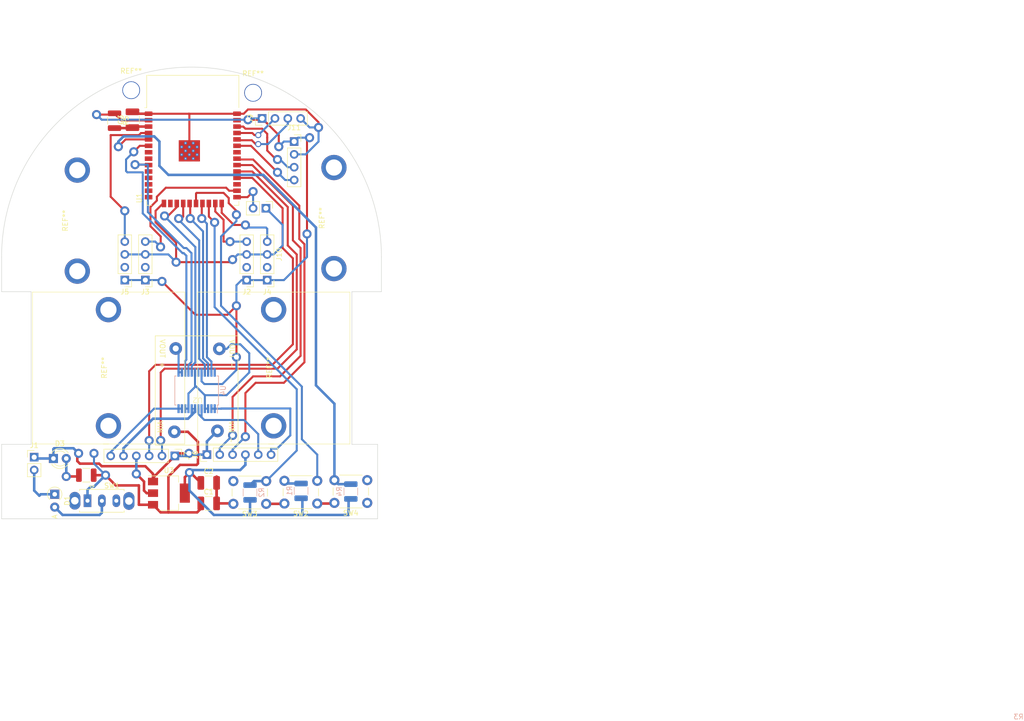
<source format=kicad_pcb>
(kicad_pcb (version 20221018) (generator pcbnew)
  (layers (0 "F.Cu" signal) (31 "B.Cu" signal) (34 "B.Paste" user) (35 "F.Paste" user) (36 "B.SilkS" user "B.Silkscreen") (37 "F.SilkS" user "F.Silkscreen") (38 "B.Mask" user) (39 "F.Mask" user) (44 "Edge.Cuts" user))
  (net 0 "")
  (net 1 "/VIn")
  (net 2 "GND")
  (net 3 "/3.3v")
  (net 4 "Net-(D1-A)")
  (net 5 "Net-(D1-K)")
  (net 6 "/BTN3")
  (net 7 "Net-(D3-A)")
  (net 9 "/SHARP_D")
  (net 11 "/SHARP_I")
  (net 13 "/SHARP_C")
  (net 15 "/CNY70")
  (net 16 "/MA1")
  (net 17 "/MA2")
  (net 18 "/AO1")
  (net 19 "/AO2")
  (net 20 "/MB1")
  (net 21 "/MB2")
  (net 22 "/BO2")
  (net 23 "/BO1")
  (net 24 "/SCL")
  (net 25 "/SDA")
  (net 26 "/BTN1")
  (net 27 "/BTN2")
  (net 29 "/EN")
  (net 30 "/RX")
  (net 31 "/TX")
  (net 39 "/P0")
  (net 42 "/PWMB")
  (net 43 "/PWMA")
  (net 45 "/Vm")
  (net 46 "/INA2")
  (net 47 "/INA1")
  (net 48 "/INB2")
  (net 49 "/INB1")
  (footprint "propios:SharpHolder" (layer "F.Cu") (at 195.74 67.978 90)
    (fp_text reference "REF**")
    (fp_text value "SharpHolder")
  )
  (footprint "propios:SharpHolder" (layer "F.Cu") (at 144.94 68.486 90)
    (fp_text reference "REF**")
    (fp_text value "SharpHolder")
  )
  (footprint "Resistor_SMD:R_1210_3225Metric" (layer "F.Cu") (at 156.718 118.872)
    (fp_text reference "R3")
    (fp_text value "R")
  )
  (footprint "Connector_PinHeader_2.54mm:PinHeader_1x04_P2.54mm_Vertical" (layer "F.Cu") (at 192.532 80.264 180)
    (fp_text reference "J4")
    (fp_text value "Conn_01x04_Male")
  )
  (footprint "RF_Module:ESP32-WROOM-32" (layer "F.Cu") (at 177.8 55.581)
    (fp_text reference "U1")
    (fp_text value "ESP32-WROOM-32")
  )
  (footprint "propios:MotorHolder" (layer "F.Cu") (at 150.114 97.602134 90)
    (fp_text reference "REF**")
    (fp_text value "MotorHolder")
  )
  (footprint "Connector_PinSocket_2.54mm:PinSocket_1x04_P2.54mm_Vertical" (layer "F.Cu") (at 197.866 52.832)
    (fp_text reference "J11")
    (fp_text value "Conn_01x04_Socket")
  )
  (footprint "Connector_PinHeader_2.54mm:PinHeader_1x06_P2.54mm_Vertical" (layer "F.Cu") (at 174.244 115.062 -90)
    (fp_text reference "J7")
    (fp_text value "Conn_01x06_Female")
  )
  (footprint "MountingHole:MountingHole_3.2mm_M3_DIN965_Pad" (layer "F.Cu") (at 165.608 42.672)
    (fp_text reference "REF**")
    (fp_text value "MountingHole_3.2mm_M3_DIN965_Pad")
  )
  (footprint "MountingHole:MountingHole_3.2mm_M3_DIN965_Pad" (layer "F.Cu") (at 189.738 43.18)
    (fp_text reference "REF**")
    (fp_text value "MountingHole_3.2mm_M3_DIN965_Pad")
  )
  (footprint "Connector_PinHeader_2.54mm:PinHeader_1x04_P2.54mm_Vertical" (layer "F.Cu") (at 164.338 80.254 180)
    (fp_text reference "J5")
    (fp_text value "Conn_01x04_Male")
  )
  (footprint "Button_Switch_THT:SW_Slide_1P2T_CK_OS102011MS2Q" (layer "F.Cu") (at 157.802 123.952)
    (fp_text reference "SW1")
    (fp_text value "SW_DPDT_x2" hide)
  )
  (footprint "propios:Sx1308" (layer "F.Cu") (at 178.763 103.5185 180)
    (fp_text reference "U2")
    (fp_text value "Mt3608")
  )
  (footprint "Capacitor_SMD:C_1210_3225Metric_Pad1.33x2.70mm_HandSolder" (layer "F.Cu") (at 165.862 48.514 90)
    (fp_text reference "C3")
    (fp_text value "1uf")
  )
  (footprint "Button_Switch_THT:SW_PUSH_6mm" (layer "F.Cu") (at 192.328 124.547 180)
    (fp_text reference "SW3")
    (fp_text value "SW_Push")
  )
  (footprint "Capacitor_SMD:C_1210_3225Metric_Pad1.33x2.70mm_HandSolder" (layer "F.Cu") (at 180.95 124.46)
    (fp_text reference "C1")
    (fp_text value "C_Polarized")
  )
  (footprint "Button_Switch_THT:SW_PUSH_6mm" (layer "F.Cu") (at 202.436 124.4855 180)
    (fp_text reference "SW2")
    (fp_text value "SW_Push")
  )
  (footprint "LED_THT:LED_D3.0mm" (layer "F.Cu") (at 150.216 115.57)
    (fp_text reference "D3")
    (fp_text value "LED")
  )
  (footprint "Connector_PinHeader_2.54mm:PinHeader_1x02_P2.54mm_Vertical" (layer "F.Cu") (at 146.406 115.311)
    (fp_text reference "J1")
    (fp_text value "Conn_01x02_Male")
  )
  (footprint "Connector_PinHeader_2.54mm:PinHeader_1x06_P2.54mm_Vertical" (layer "F.Cu") (at 180.594 114.808 90)
    (fp_text reference "J6")
    (fp_text value "Conn_01x06_Female")
  )
  (footprint "Package_TO_SOT_SMD:SOT-223-3_TabPin2" (layer "F.Cu") (at 173.076 122.428)
    (fp_text reference "U3")
    (fp_text value "AMS1117-3.3")
  )
  (footprint "Capacitor_SMD:C_1210_3225Metric_Pad1.33x2.70mm_HandSolder" (layer "F.Cu") (at 180.95 120.396)
    (fp_text reference "C2")
    (fp_text value "C_Polarized")
  )
  (footprint "Diode_THT:D_A-405_P2.54mm_Vertical_AnodeUp" (layer "F.Cu") (at 150.47 122.653 -90)
    (fp_text reference "D1")
    (fp_text value "type=\"D\" model=\"DIODE\" lib=\"\"")
  )
  (footprint "propios:MotorHolder" (layer "F.Cu") (at 182.812 97.606 90)
    (fp_text reference "REF**")
    (fp_text value "MotorHolder")
  )
  (footprint "Button_Switch_THT:SW_PUSH_6mm" (layer "F.Cu") (at 212.3325 124.359 180)
    (fp_text reference "SW4")
    (fp_text value "SW_Push")
  )
  (footprint "Connector_PinHeader_2.54mm:PinHeader_1x02_P2.54mm_Vertical" (layer "F.Cu") (at 192.278 66.04 -90)
    (fp_text reference "J10")
    (fp_text value "Conn_01x02_Pin")
  )
  (footprint "Connector_PinHeader_2.54mm:PinHeader_1x04_P2.54mm_Vertical" (layer "F.Cu") (at 191.526 48.26 90)
    (fp_text reference "J9")
    (fp_text value "Conn_01x04_Pin")
  )
  (footprint "Connector_PinHeader_2.54mm:PinHeader_1x04_P2.54mm_Vertical" (layer "F.Cu") (at 168.402 80.254 180)
    (fp_text reference "J3")
    (fp_text value "Conn_01x04_Male")
  )
  (footprint "Resistor_SMD:R_1210_3225Metric" (layer "F.Cu") (at 162.306 48.7065 -90)
    (fp_text reference "R5")
    (fp_text value "10k")
  )
  (footprint "Connector_PinHeader_2.54mm:PinHeader_1x04_P2.54mm_Vertical" (layer "F.Cu") (at 188.468 80.264 180)
    (fp_text reference "J2")
    (fp_text value "Conn_01x04_Male")
  )
  (footprint "Resistor_SMD:R_1210_3225Metric" (layer "B.Cu") (at 199.238 121.9815 -90)
    (fp_text reference "R1")
    (fp_text value "R")
  )
  (footprint "Resistor_SMD:R_1210_3225Metric" (layer "B.Cu") (at 209.0825 122.109 -90)
    (fp_text reference "R4")
    (fp_text value "R")
  )
  (footprint "Package_SO:SSOP-24_5.3x8.2mm_P0.65mm" (layer "B.Cu") (at 178.562 102.108 90)
    (fp_text reference "U4")
    (fp_text value "TB6612FNG")
  )
  (footprint "Resistor_SMD:R_1210_3225Metric" (layer "B.Cu") (at 189.13 122.297 90)
    (fp_text reference "R2")
    (fp_text value "R")
  )
  (gr_arc (start 139.954 75.692) (mid 177.546 38.1) (end 215.138 75.692) (stroke (width 0.1)) (layer "Edge.Cuts"))
  (gr_line (start 145.796 82.55) (end 139.954 82.55) (stroke (width 0.1)) (layer "Edge.Cuts"))
  (gr_line (start 215.138 82.55) (end 215.138 75.692) (stroke (width 0.1)) (layer "Edge.Cuts"))
  (gr_line (start 215.138 82.55) (end 209.296 82.55) (stroke (width 0.1)) (layer "Edge.Cuts"))
  (gr_line (start 139.954 112.776) (end 145.796 112.776) (stroke (width 0.1)) (layer "Edge.Cuts"))
  (gr_line (start 209.296 82.55) (end 209.296 112.776) (stroke (width 0.1)) (layer "Edge.Cuts"))
  (gr_line (start 139.954 82.55) (end 139.954 75.692) (stroke (width 0.1)) (layer "Edge.Cuts"))
  (gr_line (start 139.954 127.508) (end 214.376 127.508) (stroke (width 0.1)) (layer "Edge.Cuts"))
  (gr_line (start 139.954 112.776) (end 139.954 127.508) (stroke (width 0.1)) (layer "Edge.Cuts"))
  (gr_line (start 145.796 112.776) (end 145.796 82.55) (stroke (width 0.1)) (layer "Edge.Cuts"))
  (gr_line (start 214.376 127.508) (end 214.376 112.776) (stroke (width 0.1)) (layer "Edge.Cuts"))
  (gr_line (start 209.296 112.776) (end 214.376 112.776) (stroke (width 0.1)) (layer "Edge.Cuts"))
  (segment (start 178.816 116.586) (end 178.816 112.268) (width 0.5) (layer "F.Cu") (net 1))
  (segment (start 176.8365 110.2885) (end 174.161 110.2885) (width 0.5) (layer "F.Cu") (net 1))
  (segment (start 178.664 126.238) (end 172.974 126.238) (width 0.5) (layer "F.Cu") (net 1))
  (segment (start 178.816 112.268) (end 176.8365 110.2885) (width 0.5) (layer "F.Cu") (net 1))
  (segment (start 179.3875 124.46) (end 179.3875 125.5145) (width 0.5) (layer "F.Cu") (net 1))
  (segment (start 172.974 126.238) (end 172.974 119.126) (width 0.5) (layer "F.Cu") (net 1))
  (segment (start 162.56 120.904) (end 160.528 118.872) (width 0.5) (layer "F.Cu") (net 1))
  (segment (start 171.436 126.238) (end 169.926 124.728) (width 0.5) (layer "F.Cu") (net 1))
  (segment (start 158.1805 118.872) (end 160.528 118.872) (width 0.5) (layer "F.Cu") (net 1))
  (segment (start 178.562 116.84) (end 178.816 116.586) (width 0.5) (layer "F.Cu") (net 1))
  (segment (start 172.974 119.126) (end 175.26 116.84) (width 0.5) (layer "F.Cu") (net 1))
  (segment (start 167.132 124.728) (end 167.132 120.904) (width 0.5) (layer "F.Cu") (net 1))
  (segment (start 175.26 116.84) (end 178.562 116.84) (width 0.5) (layer "F.Cu") (net 1))
  (segment (start 167.132 120.904) (end 162.56 120.904) (width 0.5) (layer "F.Cu") (net 1))
  (segment (start 172.974 126.238) (end 171.436 126.238) (width 0.5) (layer "F.Cu") (net 1))
  (segment (start 169.926 124.728) (end 167.132 124.728) (width 0.5) (layer "F.Cu") (net 1))
  (segment (start 179.3875 125.5145) (end 178.664 126.238) (width 0.5) (layer "F.Cu") (net 1))
  (via (at 158.242 114.554) (size 1.8) (drill 1) (layers "F.Cu" "B.Cu") (net 1))
  (via (at 160.528 118.872) (size 1.8) (drill 1) (layers "F.Cu" "B.Cu") (net 1))
  (segment (start 160.528 118.872) (end 158.242 121.158) (width 0.5) (layer "B.Cu") (net 1))
  (segment (start 157.582 121.158) (end 156.962 121.778) (width 0.5) (layer "B.Cu") (net 1))
  (segment (start 156.962 121.778) (end 156.962 123.952) (width 0.5) (layer "B.Cu") (net 1))
  (segment (start 158.242 114.554) (end 158.242 116.586) (width 0.4) (layer "B.Cu") (net 1))
  (segment (start 158.242 116.586) (end 160.528 118.872) (width 0.4) (layer "B.Cu") (net 1))
  (segment (start 158.242 121.158) (end 157.582 121.158) (width 0.5) (layer "B.Cu") (net 1))
  (segment (start 169.926 118.618) (end 168.402 117.094) (width 0.5) (layer "F.Cu") (net 2))
  (segment (start 154.94 114.808) (end 155.194 114.554) (width 0.5) (layer "F.Cu") (net 2))
  (segment (start 192.328 124.547) (end 195.8745 124.547) (width 0.5) (layer "F.Cu") (net 2))
  (segment (start 195.8745 124.547) (end 195.936 124.4855) (width 0.5) (layer "F.Cu") (net 2))
  (segment (start 186.55 47.331) (end 177.038 47.331) (width 0.4) (layer "F.Cu") (net 2))
  (segment (start 169.05 47.331) (end 166.2415 47.331) (width 0.5) (layer "F.Cu") (net 2))
  (segment (start 174.752 114.554) (end 169.926 119.38) (width 0.5) (layer "F.Cu") (net 2))
  (segment (start 182.5125 124.46) (end 182.5125 120.396) (width 0.5) (layer "F.Cu") (net 2))
  (segment (start 200.406 46.736) (end 202.692 49.022) (width 0.4) (layer "F.Cu") (net 2))
  (segment (start 169.926 120.128) (end 169.926 118.618) (width 0.5) (layer "F.Cu") (net 2))
  (segment (start 200.152 46.482) (end 200.406 46.736) (width 0.4) (layer "F.Cu") (net 2))
  (segment (start 185.741 124.46) (end 185.828 124.547) (width 0.5) (layer "F.Cu") (net 2))
  (segment (start 170.434 66.548) (end 170.434 68.834) (width 0.4) (layer "F.Cu") (net 2))
  (segment (start 154.94 116.078) (end 154.94 114.808) (width 0.5) (layer "F.Cu") (net 2))
  (segment (start 166.2415 47.331) (end 165.862 46.9515) (width 0.5) (layer "F.Cu") (net 2))
  (segment (start 186.55 47.331) (end 187.873 47.331) (width 0.4) (layer "F.Cu") (net 2))
  (segment (start 202.692 49.022) (end 202.692 50.038) (width 0.4) (layer "F.Cu") (net 2))
  (segment (start 172.09 65.091) (end 171.891 65.091) (width 0.4) (layer "F.Cu") (net 2))
  (segment (start 177.12 47.413) (end 177.038 47.331) (width 0.4) (layer "F.Cu") (net 2))
  (segment (start 187.873 47.331) (end 188.722 46.482) (width 0.4) (layer "F.Cu") (net 2))
  (segment (start 177.038 47.331) (end 169.05 47.331) (width 0.4) (layer "F.Cu") (net 2))
  (segment (start 177.12 54.671) (end 177.12 47.413) (width 0.4) (layer "F.Cu") (net 2))
  (segment (start 159.258 116.586) (end 155.448 116.586) (width 0.5) (layer "F.Cu") (net 2))
  (segment (start 169.926 119.38) (end 169.926 120.128) (width 0.5) (layer "F.Cu") (net 2))
  (segment (start 188.722 46.482) (end 200.152 46.482) (width 0.4) (layer "F.Cu") (net 2))
  (segment (start 182.5125 119.126) (end 182.5125 123.19) (width 0.5) (layer "F.Cu") (net 2))
  (segment (start 171.891 65.091) (end 170.434 66.548) (width 0.4) (layer "F.Cu") (net 2))
  (segment (start 177.038 114.554) (end 174.752 114.554) (width 0.5) (layer "F.Cu") (net 2))
  (segment (start 170.434 68.834) (end 174.498 72.898) (width 0.4) (layer "F.Cu") (net 2))
  (segment (start 174.498 76.708) (end 185.166 76.708) (width 0.4) (layer "F.Cu") (net 2))
  (segment (start 159.766 117.094) (end 159.258 116.586) (width 0.5) (layer "F.Cu") (net 2))
  (segment (start 182.5125 124.46) (end 185.741 124.46) (width 0.5) (layer "F.Cu") (net 2))
  (segment (start 185.166 76.708) (end 185.674 76.2) (width 0.4) (layer "F.Cu") (net 2))
  (segment (start 205.706 124.4855) (end 205.8325 124.359) (width 0.5) (layer "F.Cu") (net 2))
  (segment (start 202.436 124.4855) (end 205.706 124.4855) (width 0.5) (layer "F.Cu") (net 2))
  (segment (start 174.498 72.898) (end 174.498 76.708) (width 0.4) (layer "F.Cu") (net 2))
  (segment (start 155.448 116.586) (end 154.94 116.078) (width 0.5) (layer "F.Cu") (net 2))
  (segment (start 168.402 117.094) (end 159.766 117.094) (width 0.5) (layer "F.Cu") (net 2))
  (via (at 202.692 50.038) (size 1.8) (drill 1) (layers "F.Cu" "B.Cu") (net 2))
  (via (at 155.194 114.554) (size 1.8) (drill 1) (layers "F.Cu" "B.Cu") (net 2))
  (via (at 174.498 76.708) (size 1.8) (drill 1) (layers "F.Cu" "B.Cu") (net 2))
  (via (at 185.674 76.2) (size 1.8) (drill 1) (layers "F.Cu" "B.Cu") (net 2))
  (via (at 177.038 114.554) (size 1.8) (drill 1) (layers "F.Cu" "B.Cu") (net 2))
  (segment (start 177.038 114.554) (end 176.53 115.062) (width 0.5) (layer "B.Cu") (net 2))
  (segment (start 177.292 114.808) (end 180.594 114.808) (width 0.5) (layer "B.Cu") (net 2))
  (segment (start 164.338 75.174) (end 168.402 75.174) (width 0.4) (layer "B.Cu") (net 2))
  (segment (start 202.692 50.038) (end 200.924 50.038) (width 0.4) (layer "B.Cu") (net 2))
  (segment (start 177.038 114.554) (end 177.292 114.808) (width 0.5) (layer "B.Cu") (net 2))
  (segment (start 180.187 105.708) (end 180.187 103.042) (width 0.4) (layer "B.Cu") (net 2))
  (segment (start 150.216 113.69) (end 150.368 113.538) (width 0.5) (layer "B.Cu") (net 2))
  (segment (start 176.937 102.717) (end 176.937 105.708) (width 0.4) (layer "B.Cu") (net 2))
  (segment (start 176.937 105.708) (end 176.287 105.708) (width 0.4) (layer "B.Cu") (net 2))
  (segment (start 150.216 115.57) (end 150.216 113.69) (width 0.5) (layer "B.Cu") (net 2))
  (segment (start 186.69 75.184) (end 185.674 76.2) (width 0.4) (layer "B.Cu") (net 2))
  (segment (start 200.152 55.372) (end 202.692 52.832) (width 0.4) (layer "B.Cu") (net 2))
  (segment (start 195.58 69.342) (end 195.58 73.406) (width 0.4) (layer "B.Cu") (net 2))
  (segment (start 192.532 75.184) (end 188.468 75.184) (width 0.4) (layer "B.Cu") (net 2))
  (segment (start 180.187 105.708) (end 180.837 105.708) (width 0.4) (layer "B.Cu") (net 2))
  (segment (start 185.42 92.964) (end 187.198 92.964) (width 0.4) (layer "B.Cu") (net 2))
  (segment (start 180.187 103.042) (end 178.237 101.092) (width 0.4) (layer "B.Cu") (net 2))
  (segment (start 155.194 114.554) (end 154.178 113.538) (width 0.5) (layer "B.Cu") (net 2))
  (segment (start 183.061 93.8685) (end 184.5155 93.8685) (width 0.4) (layer "B.Cu") (net 2))
  (segment (start 200.924 50.038) (end 199.146 48.26) (width 0.4) (layer "B.Cu") (net 2))
  (segment (start 180.594 114.808) (end 180.594 112.1955) (width 0.5) (layer "B.Cu") (net 2))
  (segment (start 193.802 75.184) (end 192.532 75.184) (width 0.4) (layer "B.Cu") (net 2))
  (segment (start 188.468 75.184) (end 186.69 75.184) (width 0.4) (layer "B.Cu") (net 2))
  (segment (start 150.216 115.57) (end 146.665 115.57) (width 0.5) (layer "B.Cu") (net 2))
  (segment (start 176.53 115.062) (end 174.244 115.062) (width 0.5) (layer "B.Cu") (net 2))
  (segment (start 187.198 92.964) (end 188.976 94.742) (width 0.4) (layer "B.Cu") (net 2))
  (segment (start 168.402 75.174) (end 172.964 75.174) (width 0.4) (layer "B.Cu") (net 2))
  (segment (start 172.964 75.174) (end 174.498 76.708) (width 0.4) (layer "B.Cu") (net 2))
  (segment (start 184.486 103.042) (end 180.187 103.042) (width 0.4) (layer "B.Cu") (net 2))
  (segment (start 192.278 66.04) (end 195.58 69.342) (width 0.4) (layer "B.Cu") (net 2))
  (segment (start 178.237 98.508) (end 178.237 101.092) (width 0.4) (layer "B.Cu") (net 2))
  (segment (start 186.69 75.184) (end 187.198 75.184) (width 0.4) (layer "B.Cu") (net 2))
  (segment (start 197.866 55.372) (end 200.152 55.372) (width 0.4) (layer "B.Cu") (net 2))
  (segment (start 150.368 113.538) (end 154.178 113.538) (width 0.5) (layer "B.Cu") (net 2))
  (segment (start 202.692 52.832) (end 202.692 50.038) (width 0.4) (layer "B.Cu") (net 2))
  (segment (start 184.5155 93.8685) (end 185.42 92.964) (width 0.4) (layer "B.Cu") (net 2))
  (segment (start 178.237 101.092) (end 178.237 101.417) (width 0.4) (layer "B.Cu") (net 2))
  (segment (start 188.976 94.742) (end 188.976 98.552) (width 0.4) (layer "B.Cu") (net 2))
  (segment (start 180.594 112.1955) (end 182.681 110.1085) (width 0.5) (layer "B.Cu") (net 2))
  (segment (start 178.237 101.417) (end 176.937 102.717) (width 0.4) (layer "B.Cu") (net 2))
  (segment (start 146.665 115.57) (end 146.406 115.311) (width 0.5) (layer "B.Cu") (net 2))
  (segment (start 188.976 98.552) (end 184.486 103.042) (width 0.4) (layer "B.Cu") (net 2))
  (segment (start 195.58 73.406) (end 193.802 75.184) (width 0.4) (layer "B.Cu") (net 2))
  (segment (start 200.406 71.12) (end 200.406 52.578) (width 0.4) (layer "F.Cu") (net 3))
  (segment (start 169.05 48.601) (end 163.663 48.601) (width 0.5) (layer "F.Cu") (net 3))
  (segment (start 177.14 118.364) (end 176.226 119.278) (width 0.5) (layer "F.Cu") (net 3))
  (segment (start 186.436 85.344) (end 184.658 87.122) (width 0.4) (layer "F.Cu") (net 3))
  (segment (start 194.818 53.848) (end 194.818 51.552) (width 0.4) (layer "F.Cu") (net 3))
  (segment (start 191.78 48.514) (end 188.722 48.514) (width 0.4) (layer "F.Cu") (net 3))
  (segment (start 188.976 48.26) (end 188.722 48.514) (width 0.4) (layer "F.Cu") (net 3))
  (segment (start 184.658 87.122) (end 178.308 87.122) (width 0.4) (layer "F.Cu") (net 3))
  (segment (start 177.14 118.364) (end 177.3555 118.364) (width 0.5) (layer "F.Cu") (net 3))
  (segment (start 177.3555 118.364) (end 179.3875 120.396) (width 0.5) (layer "F.Cu") (net 3))
  (segment (start 162.052 47.498) (end 162.306 47.244) (width 0.4) (layer "F.Cu") (net 3))
  (segment (start 186.436 95.504) (end 186.436 85.344) (width 0.4) (layer "F.Cu") (net 3))
  (segment (start 169.926 122.428) (end 168.656 122.428) (width 0.5) (layer "F.Cu") (net 3))
  (segment (start 178.308 87.122) (end 171.704 80.518) (width 0.4) (layer "F.Cu") (net 3))
  (segment (start 194.818 51.552) (end 192.791 49.525) (width 0.4) (layer "F.Cu") (net 3))
  (segment (start 163.663 48.601) (end 162.306 47.244) (width 0.5) (layer "F.Cu") (net 3))
  (segment (start 176.226 119.278) (end 176.226 122.428) (width 0.5) (layer "F.Cu") (net 3))
  (segment (start 192.791 49.525) (end 191.78 48.514) (width 0.4) (layer "F.Cu") (net 3))
  (segment (start 168.656 122.428) (end 168.148 121.92) (width 0.5) (layer "F.Cu") (net 3))
  (segment (start 168.148 120.142) (end 166.624 118.618) (width 0.5) (layer "F.Cu") (net 3))
  (segment (start 200.406 52.578) (end 200.914 52.07) (width 0.4) (layer "F.Cu") (net 3))
  (segment (start 192.791 49.525) (end 191.526 48.26) (width 0.4) (layer "F.Cu") (net 3))
  (segment (start 158.75 47.498) (end 162.052 47.498) (width 0.4) (layer "F.Cu") (net 3))
  (segment (start 168.148 121.92) (end 168.148 120.142) (width 0.5) (layer "F.Cu") (net 3))
  (via (at 186.436 85.344) (size 1.8) (drill 1) (layers "F.Cu" "B.Cu") (net 3))
  (via (at 186.436 95.504) (size 1.8) (drill 1) (layers "F.Cu" "B.Cu") (net 3))
  (via (at 188.722 48.514) (size 1.8) (drill 1) (layers "F.Cu" "B.Cu") (net 3))
  (via (at 166.624 118.618) (size 1.8) (drill 1) (layers "F.Cu" "B.Cu") (net 3))
  (via (at 200.406 71.12) (size 1.8) (drill 1) (layers "F.Cu" "B.Cu") (net 3))
  (via (at 194.818 53.848) (size 1.8) (drill 1) (layers "F.Cu" "B.Cu") (net 3))
  (via (at 200.914 52.07) (size 1.8) (drill 1) (layers "F.Cu" "B.Cu") (net 3))
  (via (at 158.75 47.498) (size 1.8) (drill 1) (layers "F.Cu" "B.Cu") (net 3))
  (via (at 177.14 118.364) (size 1.8) (drill 1) (layers "F.Cu" "B.Cu") (net 3))
  (via (at 171.704 80.518) (size 1.8) (drill 1) (layers "F.Cu" "B.Cu") (net 3))
  (segment (start 183.642 100.838) (end 180.086 100.838) (width 0.4) (layer "B.Cu") (net 3))
  (segment (start 189.586 126.746) (end 199.238 126.746) (width 0.5) (layer "B.Cu") (net 3))
  (segment (start 186.436 85.344) (end 186.436 81.28) (width 0.4) (layer "B.Cu") (net 3))
  (segment (start 166.624 118.618) (end 166.624 115.062) (width 0.5) (layer "B.Cu") (net 3))
  (segment (start 186.436 81.28) (end 187.452 80.264) (width 0.4) (layer "B.Cu") (net 3))
  (segment (start 195.834 52.832) (end 194.818 53.848) (width 0.4) (layer "B.Cu") (net 3))
  (segment (start 171.704 80.518) (end 171.44 80.254) (width 0.4) (layer "B.Cu") (net 3))
  (segment (start 189.13 123.7595) (end 189.13 126.544) (width 0.5) (layer "B.Cu") (net 3))
  (segment (start 197.866 52.832) (end 195.834 52.832) (width 0.4) (layer "B.Cu") (net 3))
  (segment (start 208.636 126.746) (end 208.636 124.018) (width 0.5) (layer "B.Cu") (net 3))
  (segment (start 198.628 52.07) (end 197.866 52.832) (width 0.4) (layer "B.Cu") (net 3))
  (segment (start 186.436 95.504) (end 186.436 98.044) (width 0.4) (layer "B.Cu") (net 3))
  (segment (start 187.198 117.856) (end 188.214 116.84) (width 0.5) (layer "B.Cu") (net 3))
  (segment (start 180.086 100.838) (end 179.537 100.289) (width 0.4) (layer "B.Cu") (net 3))
  (segment (start 189.13 126.544) (end 189.332 126.746) (width 0.5) (layer "B.Cu") (net 3))
  (segment (start 189.332 126.746) (end 189.586 126.746) (width 0.5) (layer "B.Cu") (net 3))
  (segment (start 199.365 126.619) (end 199.492 126.746) (width 0.5) (layer "B.Cu") (net 3))
  (segment (start 187.452 80.264) (end 188.468 80.264) (width 0.4) (layer "B.Cu") (net 3))
  (segment (start 189.586 126.746) (end 181.966 126.746) (width 0.5) (layer "B.Cu") (net 3))
  (segment (start 192.532 80.264) (end 188.468 80.264) (width 0.4) (layer "B.Cu") (net 3))
  (segment (start 198.12 77.978) (end 200.406 75.692) (width 0.4) (layer "B.Cu") (net 3))
  (segment (start 186.436 98.044) (end 183.642 100.838) (width 0.4) (layer "B.Cu") (net 3))
  (segment (start 199.365 126.619) (end 199.492 126.492) (width 0.5) (layer "B.Cu") (net 3))
  (segment (start 188.722 48.514) (end 159.766 48.514) (width 0.4) (layer "B.Cu") (net 3))
  (segment (start 179.537 100.289) (end 179.537 98.508) (width 0.4) (layer "B.Cu") (net 3))
  (segment (start 191.526 48.26) (end 188.976 48.26) (width 0.4) (layer "B.Cu") (net 3))
  (segment (start 199.492 123.698) (end 199.238 123.444) (width 0.5) (layer "B.Cu") (net 3))
  (segment (start 199.492 126.746) (end 208.636 126.746) (width 0.5) (layer "B.Cu") (net 3))
  (segment (start 171.44 80.254) (end 164.338 80.254) (width 0.4) (layer "B.Cu") (net 3))
  (segment (start 181.966 126.746) (end 177.14 121.92) (width 0.5) (layer "B.Cu") (net 3))
  (segment (start 199.238 126.746) (end 199.365 126.619) (width 0.5) (layer "B.Cu") (net 3))
  (segment (start 208.636 124.018) (end 209.0825 123.5715) (width 0.5) (layer "B.Cu") (net 3))
  (segment (start 177.648 117.856) (end 187.198 117.856) (width 0.5) (layer "B.Cu") (net 3))
  (segment (start 188.976 48.26) (end 188.722 48.514) (width 0.4) (layer "B.Cu") (net 3))
  (segment (start 192.532 80.264) (end 195.834 80.264) (width 0.4) (layer "B.Cu") (net 3))
  (segment (start 200.406 75.692) (end 200.406 71.12) (width 0.4) (layer "B.Cu") (net 3))
  (segment (start 200.914 52.07) (end 198.628 52.07) (width 0.4) (layer "B.Cu") (net 3))
  (segment (start 195.834 80.264) (end 198.12 77.978) (width 0.4) (layer "B.Cu") (net 3))
  (segment (start 199.492 126.492) (end 199.492 123.698) (width 0.5) (layer "B.Cu") (net 3))
  (segment (start 177.14 121.92) (end 177.14 118.364) (width 0.5) (layer "B.Cu") (net 3))
  (segment (start 198.12 77.978) (end 198.374 77.724) (width 0.4) (layer "B.Cu") (net 3))
  (segment (start 177.14 118.364) (end 177.648 117.856) (width 0.5) (layer "B.Cu") (net 3))
  (segment (start 188.214 116.84) (end 188.214 114.808) (width 0.5) (layer "B.Cu") (net 3))
  (segment (start 159.766 48.514) (end 158.75 47.498) (width 0.4) (layer "B.Cu") (net 3))
  (segment (start 146.406 121.92) (end 147.422 122.936) (width 0.5) (layer "B.Cu") (net 4))
  (segment (start 147.705 122.653) (end 150.47 122.653) (width 0.5) (layer "B.Cu") (net 4))
  (segment (start 147.422 122.936) (end 147.705 122.653) (width 0.5) (layer "B.Cu") (net 4))
  (segment (start 146.406 117.851) (end 146.406 121.92) (width 0.5) (layer "B.Cu") (net 4))
  (segment (start 159.36 126.746) (end 152.023 126.746) (width 0.5) (layer "B.Cu") (net 5))
  (segment (start 159.802 126.304) (end 159.36 126.746) (width 0.5) (layer "B.Cu") (net 5))
  (segment (start 159.802 123.972) (end 159.802 126.304) (width 0.5) (layer "B.Cu") (net 5))
  (segment (start 152.023 126.746) (end 150.47 125.193) (width 0.5) (layer "B.Cu") (net 5))
  (segment (start 164.505 52.411) (end 163.068 53.848) (width 0.4) (layer "F.Cu") (net 6))
  (segment (start 169.05 52.411) (end 164.505 52.411) (width 0.4) (layer "F.Cu") (net 6))
  (via (at 163.068 53.848) (size 1.8) (drill 1) (layers "F.Cu" "B.Cu") (net 6))
  (segment (start 164.084 51.816) (end 163.068 52.832) (width 0.5) (layer "B.Cu") (net 6))
  (segment (start 172.974 59.436) (end 171.196 57.658) (width 0.5) (layer "B.Cu") (net 6))
  (segment (start 191.77 59.436) (end 172.974 59.436) (width 0.5) (layer "B.Cu") (net 6))
  (segment (start 171.196 57.658) (end 171.196 52.832) (width 0.5) (layer "B.Cu") (net 6))
  (segment (start 202.184 101.092) (end 202.184 69.85) (width 0.5) (layer "B.Cu") (net 6))
  (segment (start 170.18 51.816) (end 164.084 51.816) (width 0.5) (layer "B.Cu") (net 6))
  (segment (start 205.8325 119.859) (end 205.8325 104.7405) (width 0.5) (layer "B.Cu") (net 6))
  (segment (start 163.068 52.832) (end 163.068 53.848) (width 0.5) (layer "B.Cu") (net 6))
  (segment (start 205.8325 104.7405) (end 202.184 101.092) (width 0.5) (layer "B.Cu") (net 6))
  (segment (start 209.0825 120.6465) (end 206.62 120.6465) (width 0.5) (layer "B.Cu") (net 6))
  (segment (start 202.184 69.85) (end 191.77 59.436) (width 0.5) (layer "B.Cu") (net 6))
  (segment (start 171.196 52.832) (end 170.18 51.816) (width 0.5) (layer "B.Cu") (net 6))
  (segment (start 206.62 120.6465) (end 205.8325 119.859) (width 0.5) (layer "B.Cu") (net 6))
  (segment (start 155.0015 119.126) (end 155.2555 118.872) (width 0.5) (layer "F.Cu") (net 7))
  (segment (start 152.756 119.126) (end 155.0015 119.126) (width 0.5) (layer "F.Cu") (net 7))
  (segment (start 152.756 119.126) (end 153.01 118.872) (width 0.5) (layer "F.Cu") (net 7))
  (via (at 152.756 119.126) (size 1.8) (drill 1) (layers "F.Cu" "B.Cu") (net 7))
  (segment (start 152.756 119.126) (end 152.756 115.57) (width 0.5) (layer "B.Cu") (net 7))
  (segment (start 183.896 72.644) (end 185.166 72.644) (width 0.4) (layer "F.Cu") (net 9))
  (segment (start 182.25 66.68) (end 183.896 68.326) (width 0.4) (layer "F.Cu") (net 9))
  (segment (start 183.896 68.326) (end 183.896 72.644) (width 0.4) (layer "F.Cu") (net 9))
  (segment (start 182.25 65.091) (end 182.25 66.68) (width 0.4) (layer "F.Cu") (net 9))
  (via (at 185.166 72.644) (size 1.8) (drill 1) (layers "F.Cu" "B.Cu") (net 9))
  (segment (start 188.468 72.644) (end 185.166 72.644) (width 0.4) (layer "B.Cu") (net 9))
  (segment (start 184.404 61.976) (end 184.999 62.571) (width 0.4) (layer "F.Cu") (net 11))
  (segment (start 170.688 64.516) (end 170.688 63.754) (width 0.4) (layer "F.Cu") (net 11))
  (segment (start 169.418 69.596) (end 169.418 65.786) (width 0.4) (layer "F.Cu") (net 11))
  (segment (start 172.466 61.976) (end 184.404 61.976) (width 0.4) (layer "F.Cu") (net 11))
  (segment (start 171.45 71.628) (end 169.418 69.596) (width 0.4) (layer "F.Cu") (net 11))
  (segment (start 171.45 73.66) (end 171.45 71.628) (width 0.4) (layer "F.Cu") (net 11))
  (segment (start 170.688 63.754) (end 172.466 61.976) (width 0.4) (layer "F.Cu") (net 11))
  (segment (start 184.999 62.571) (end 186.55 62.571) (width 0.4) (layer "F.Cu") (net 11))
  (segment (start 171.420114 73.689886) (end 171.45 73.66) (width 0.4) (layer "F.Cu") (net 11))
  (segment (start 169.418 65.786) (end 170.688 64.516) (width 0.4) (layer "F.Cu") (net 11))
  (via (at 171.420114 73.689886) (size 1.8) (drill 1) (layers "F.Cu" "B.Cu") (net 11))
  (segment (start 170.364228 72.634) (end 171.420114 73.689886) (width 0.4) (layer "B.Cu") (net 11))
  (segment (start 168.402 72.634) (end 170.364228 72.634) (width 0.4) (layer "B.Cu") (net 11))
  (segment (start 188.214 69.342) (end 185.928 69.342) (width 0.4) (layer "F.Cu") (net 13))
  (segment (start 183.52 66.934) (end 183.52 65.091) (width 0.4) (layer "F.Cu") (net 13))
  (segment (start 185.928 69.342) (end 183.52 66.934) (width 0.4) (layer "F.Cu") (net 13))
  (via (at 188.214 69.342) (size 1.8) (drill 1) (layers "F.Cu" "B.Cu") (net 13))
  (segment (start 192.532 70.104) (end 192.278 69.85) (width 0.4) (layer "B.Cu") (net 13))
  (segment (start 192.532 72.644) (end 192.532 70.104) (width 0.4) (layer "B.Cu") (net 13))
  (segment (start 192.278 69.85) (end 188.722 69.85) (width 0.4) (layer "B.Cu") (net 13))
  (segment (start 188.722 69.85) (end 188.214 69.342) (width 0.4) (layer "B.Cu") (net 13))
  (segment (start 167.553 51.141) (end 169.05 51.141) (width 0.4) (layer "F.Cu") (net 15))
  (segment (start 167.132 51.562) (end 167.553 51.141) (width 0.4) (layer "F.Cu") (net 15))
  (segment (start 161.544 51.562) (end 167.132 51.562) (width 0.4) (layer "F.Cu") (net 15))
  (segment (start 164.338 66.548) (end 161.544 63.754) (width 0.4) (layer "F.Cu") (net 15))
  (segment (start 161.544 63.754) (end 161.544 51.562) (width 0.4) (layer "F.Cu") (net 15))
  (via (at 164.338 66.548) (size 1.8) (drill 1) (layers "F.Cu" "B.Cu") (net 15))
  (segment (start 164.338 66.548) (end 164.338 72.634) (width 0.4) (layer "B.Cu") (net 15))
  (segment (start 189.571 57.491) (end 186.55 57.491) (width 0.4) (layer "F.Cu") (net 16))
  (segment (start 199.136 95.25) (end 199.136 73.914) (width 0.4) (layer "F.Cu") (net 16))
  (segment (start 197.612 65.532) (end 189.571 57.491) (width 0.4) (layer "F.Cu") (net 16))
  (segment (start 185.674 103.378) (end 189.738 99.314) (width 0.4) (layer "F.Cu") (net 16))
  (segment (start 195.072 99.314) (end 199.136 95.25) (width 0.4) (layer "F.Cu") (net 16))
  (segment (start 185.674 110.998) (end 185.674 103.378) (width 0.4) (layer "F.Cu") (net 16))
  (segment (start 189.738 99.314) (end 195.072 99.314) (width 0.4) (layer "F.Cu") (net 16))
  (segment (start 199.136 73.914) (end 197.612 72.39) (width 0.4) (layer "F.Cu") (net 16))
  (segment (start 197.612 72.39) (end 197.612 65.532) (width 0.4) (layer "F.Cu") (net 16))
  (via (at 185.674 110.998) (size 1.8) (drill 1) (layers "F.Cu" "B.Cu") (net 16))
  (segment (start 183.134 113.538) (end 185.674 110.998) (width 0.4) (layer "B.Cu") (net 16))
  (segment (start 183.134 114.808) (end 183.134 113.538) (width 0.4) (layer "B.Cu") (net 16))
  (segment (start 195.834 100.584) (end 190.246 100.584) (width 0.4) (layer "F.Cu") (net 17))
  (segment (start 190.246 100.584) (end 188.214 102.616) (width 0.4) (layer "F.Cu") (net 17))
  (segment (start 198.882 72.136) (end 199.898 73.152) (width 0.4) (layer "F.Cu") (net 17))
  (segment (start 188.214 102.616) (end 188.214 111.252) (width 0.4) (layer "F.Cu") (net 17))
  (segment (start 199.898 96.52) (end 195.834 100.584) (width 0.4) (layer "F.Cu") (net 17))
  (segment (start 189.738 56.388) (end 198.882 65.532) (width 0.4) (layer "F.Cu") (net 17))
  (segment (start 186.55 56.221) (end 186.717 56.388) (width 0.4) (layer "F.Cu") (net 17))
  (segment (start 199.898 73.152) (end 199.898 96.52) (width 0.4) (layer "F.Cu") (net 17))
  (segment (start 198.882 65.532) (end 198.882 72.136) (width 0.4) (layer "F.Cu") (net 17))
  (segment (start 186.717 56.388) (end 189.738 56.388) (width 0.4) (layer "F.Cu") (net 17))
  (via (at 188.214 111.252) (size 1.8) (drill 1) (layers "F.Cu" "B.Cu") (net 17))
  (segment (start 185.674 114.808) (end 185.674 113.792) (width 0.4) (layer "B.Cu") (net 17))
  (segment (start 185.674 113.792) (end 188.214 111.252) (width 0.4) (layer "B.Cu") (net 17))
  (segment (start 178.887 106.751) (end 178.887 105.708) (width 0.4) (layer "B.Cu") (net 18))
  (segment (start 187.96 107.95) (end 180.086 107.95) (width 0.4) (layer "B.Cu") (net 18))
  (segment (start 180.086 107.95) (end 179.451 107.315) (width 0.4) (layer "B.Cu") (net 18))
  (segment (start 190.754 114.808) (end 190.754 110.744) (width 0.4) (layer "B.Cu") (net 18))
  (segment (start 179.537 105.708) (end 179.537 107.229) (width 0.4) (layer "B.Cu") (net 18))
  (segment (start 190.754 110.744) (end 187.96 107.95) (width 0.4) (layer "B.Cu") (net 18))
  (segment (start 179.451 107.315) (end 178.887 106.751) (width 0.4) (layer "B.Cu") (net 18))
  (segment (start 179.537 107.229) (end 179.451 107.315) (width 0.4) (layer "B.Cu") (net 18))
  (segment (start 193.294 113.605919) (end 194.496081 113.605919) (width 0.4) (layer "B.Cu") (net 19))
  (segment (start 183.432 105.664) (end 183.388 105.708) (width 0.4) (layer "B.Cu") (net 19))
  (segment (start 182.137 105.708) (end 183.388 105.708) (width 0.4) (layer "B.Cu") (net 19))
  (segment (start 197.104 105.664) (end 183.432 105.664) (width 0.4) (layer "B.Cu") (net 19))
  (segment (start 183.388 105.708) (end 185.396081 105.708) (width 0.4) (layer "B.Cu") (net 19))
  (segment (start 193.294 114.808) (end 193.294 113.605919) (width 0.4) (layer "B.Cu") (net 19))
  (segment (start 181.487 105.708) (end 182.137 105.708) (width 0.4) (layer "B.Cu") (net 19))
  (segment (start 197.104 110.998) (end 197.104 105.664) (width 0.4) (layer "B.Cu") (net 19))
  (segment (start 194.496081 113.605919) (end 197.104 110.998) (width 0.4) (layer "B.Cu") (net 19))
  (segment (start 171.45 98.552) (end 172.212 97.79) (width 0.4) (layer "F.Cu") (net 20))
  (segment (start 172.212 97.79) (end 194.564 97.79) (width 0.4) (layer "F.Cu") (net 20))
  (segment (start 171.45 112.014) (end 171.45 98.552) (width 0.4) (layer "F.Cu") (net 20))
  (segment (start 189.571 58.761) (end 186.55 58.761) (width 0.4) (layer "F.Cu") (net 20))
  (segment (start 196.596 73.406) (end 196.596 65.786) (width 0.4) (layer "F.Cu") (net 20))
  (segment (start 196.596 65.786) (end 189.571 58.761) (width 0.4) (layer "F.Cu") (net 20))
  (segment (start 194.564 97.79) (end 198.374 93.98) (width 0.4) (layer "F.Cu") (net 20))
  (segment (start 198.374 75.184) (end 196.596 73.406) (width 0.4) (layer "F.Cu") (net 20))
  (segment (start 198.374 93.98) (end 198.374 75.184) (width 0.4) (layer "F.Cu") (net 20))
  (via (at 171.45 112.014) (size 1.8) (drill 1) (layers "F.Cu" "B.Cu") (net 20))
  (segment (start 171.704 115.062) (end 171.704 112.268) (width 0.4) (layer "B.Cu") (net 20))
  (segment (start 171.704 112.268) (end 171.45 112.014) (width 0.4) (layer "B.Cu") (net 20))
  (segment (start 170.434 97.028) (end 193.548 97.028) (width 0.4) (layer "F.Cu") (net 21))
  (segment (start 189.571 60.031) (end 186.55 60.031) (width 0.4) (layer "F.Cu") (net 21))
  (segment (start 197.612 75.946) (end 195.58 73.914) (width 0.4) (layer "F.Cu") (net 21))
  (segment (start 169.164 112.014) (end 169.164 98.298) (width 0.4) (layer "F.Cu") (net 21))
  (segment (start 195.58 66.04) (end 189.571 60.031) (width 0.4) (layer "F.Cu") (net 21))
  (segment (start 197.612 92.964) (end 197.612 75.946) (width 0.4) (layer "F.Cu") (net 21))
  (segment (start 169.164 98.298) (end 170.434 97.028) (width 0.4) (layer "F.Cu") (net 21))
  (segment (start 195.58 73.914) (end 195.58 66.04) (width 0.4) (layer "F.Cu") (net 21))
  (segment (start 193.548 97.028) (end 197.612 92.964) (width 0.4) (layer "F.Cu") (net 21))
  (via (at 169.164 112.014) (size 1.8) (drill 1) (layers "F.Cu" "B.Cu") (net 21))
  (segment (start 169.012 115.57) (end 168.758 115.316) (width 0.5) (layer "B.Cu") (net 21))
  (segment (start 169.164 115.062) (end 169.164 112.014) (width 0.4) (layer "B.Cu") (net 21))
  (segment (start 178.237 105.708) (end 177.587 105.708) (width 0.25) (layer "B.Cu") (net 22))
  (segment (start 176.85 107.696) (end 177.612 106.934) (width 0.5) (layer "B.Cu") (net 22))
  (segment (start 169.926 107.696) (end 176.85 107.696) (width 0.5) (layer "B.Cu") (net 22))
  (segment (start 164.084 113.538) (end 169.926 107.696) (width 0.5) (layer "B.Cu") (net 22))
  (segment (start 177.612 106.934) (end 177.612 105.708) (width 0.5) (layer "B.Cu") (net 22))
  (segment (start 177.612 106.934) (end 178.212 106.334) (width 0.5) (layer "B.Cu") (net 22))
  (segment (start 164.084 115.062) (end 164.084 113.538) (width 0.5) (layer "B.Cu") (net 22))
  (segment (start 178.212 106.334) (end 178.212 105.708) (width 0.5) (layer "B.Cu") (net 22))
  (segment (start 161.544 114.3) (end 161.544 115.062) (width 0.4) (layer "B.Cu") (net 23))
  (segment (start 174.987 105.708) (end 175.637 105.708) (width 0.4) (layer "B.Cu") (net 23))
  (segment (start 174.987 105.708) (end 170.136 105.708) (width 0.4) (layer "B.Cu") (net 23))
  (segment (start 170.136 105.708) (end 161.544 114.3) (width 0.4) (layer "B.Cu") (net 23))
  (segment (start 187.96 50.038) (end 188.214 50.292) (width 0.4) (layer "F.Cu") (net 24))
  (segment (start 188.214 50.292) (end 191.516 50.292) (width 0.4) (layer "F.Cu") (net 24))
  (segment (start 194.31 56.388) (end 194.564 56.388) (width 0.4) (layer "F.Cu") (net 24))
  (segment (start 192.532 52.07) (end 192.532 54.61) (width 0.4) (layer "F.Cu") (net 24))
  (segment (start 187.793 49.871) (end 187.96 50.038) (width 0.4) (layer "F.Cu") (net 24))
  (segment (start 192.532 54.61) (end 193.802 55.88) (width 0.4) (layer "F.Cu") (net 24))
  (segment (start 193.802 55.88) (end 194.31 56.388) (width 0.4) (layer "F.Cu") (net 24))
  (segment (start 192.532 51.308) (end 192.532 52.07) (width 0.4) (layer "F.Cu") (net 24))
  (segment (start 191.516 50.292) (end 192.532 51.308) (width 0.4) (layer "F.Cu") (net 24))
  (segment (start 186.55 49.871) (end 187.793 49.871) (width 0.4) (layer "F.Cu") (net 24))
  (via (at 194.564 56.388) (size 1.8) (drill 1) (layers "F.Cu" "B.Cu") (net 24))
  (segment (start 195.072 56.388) (end 196.596 57.912) (width 0.4) (layer "B.Cu") (net 24))
  (segment (start 196.596 57.912) (end 197.866 57.912) (width 0.4) (layer "B.Cu") (net 24))
  (segment (start 194.564 56.388) (end 195.072 56.388) (width 0.4) (layer "B.Cu") (net 24))
  (segment (start 194.564 58.928) (end 189.317 53.681) (width 0.4) (layer "F.Cu") (net 25))
  (segment (start 189.317 53.681) (end 186.55 53.681) (width 0.4) (layer "F.Cu") (net 25))
  (via (at 194.564 58.928) (size 1.8) (drill 1) (layers "F.Cu" "B.Cu") (net 25))
  (segment (start 196.088 60.452) (end 194.564 58.928) (width 0.4) (layer "B.Cu") (net 25))
  (segment (start 197.866 60.452) (end 196.088 60.452) (width 0.4) (layer "B.Cu") (net 25))
  (segment (start 186.436 66.548) (end 184.912 65.024) (width 0.4) (layer "F.Cu") (net 26))
  (segment (start 184.912 65.024) (end 184.912 64.008) (width 0.4) (layer "F.Cu") (net 26))
  (segment (start 183.896 62.992) (end 178.562 62.992) (width 0.4) (layer "F.Cu") (net 26))
  (segment (start 186.436 67.31) (end 186.436 66.548) (width 0.4) (layer "F.Cu") (net 26))
  (segment (start 184.912 64.008) (end 183.896 62.992) (width 0.4) (layer "F.Cu") (net 26))
  (segment (start 178.44 63.114) (end 178.44 65.091) (width 0.4) (layer "F.Cu") (net 26))
  (segment (start 178.562 62.992) (end 178.44 63.114) (width 0.4) (layer "F.Cu") (net 26))
  (via (at 186.436 67.31) (size 1.8) (drill 1) (layers "F.Cu" "B.Cu") (net 26))
  (segment (start 199.39 101.346) (end 199.39 111.76) (width 0.4) (layer "B.Cu") (net 26))
  (segment (start 183.388 71.628) (end 183.388 85.344) (width 0.4) (layer "B.Cu") (net 26))
  (segment (start 199.238 120.519) (end 196.4695 120.519) (width 0.5) (layer "B.Cu") (net 26))
  (segment (start 186.436 68.58) (end 183.388 71.628) (width 0.4) (layer "B.Cu") (net 26))
  (segment (start 202.436 114.806) (end 202.436 119.9855) (width 0.4) (layer "B.Cu") (net 26))
  (segment (start 199.39 111.76) (end 202.436 114.806) (width 0.4) (layer "B.Cu") (net 26))
  (segment (start 186.436 67.31) (end 186.436 68.58) (width 0.4) (layer "B.Cu") (net 26))
  (segment (start 183.388 85.344) (end 199.39 101.346) (width 0.4) (layer "B.Cu") (net 26))
  (segment (start 196.4695 120.519) (end 195.936 119.9855) (width 0.5) (layer "B.Cu") (net 26))
  (segment (start 180.98 67.696) (end 180.98 65.091) (width 0.4) (layer "F.Cu") (net 27))
  (segment (start 182.118 68.834) (end 180.98 67.696) (width 0.4) (layer "F.Cu") (net 27))
  (via (at 182.118 68.834) (size 1.8) (drill 1) (layers "F.Cu" "B.Cu") (net 27))
  (segment (start 182.118 68.834) (end 182.118 85.598) (width 0.4) (layer "B.Cu") (net 27))
  (segment (start 198.374 114.001) (end 192.328 120.047) (width 0.4) (layer "B.Cu") (net 27))
  (segment (start 198.374 101.854) (end 198.374 114.001) (width 0.4) (layer "B.Cu") (net 27))
  (segment (start 192.328 120.047) (end 189.9175 120.047) (width 0.5) (layer "B.Cu") (net 27))
  (segment (start 182.118 85.598) (end 198.374 101.854) (width 0.4) (layer "B.Cu") (net 27))
  (segment (start 189.9175 120.047) (end 189.13 120.8345) (width 0.5) (layer "B.Cu") (net 27))
  (segment (start 166.0675 49.871) (end 165.862 50.0765) (width 0.5) (layer "F.Cu") (net 29))
  (segment (start 165.7695 50.169) (end 165.862 50.0765) (width 0.5) (layer "F.Cu") (net 29))
  (segment (start 162.306 50.169) (end 165.7695 50.169) (width 0.5) (layer "F.Cu") (net 29))
  (segment (start 169.05 49.871) (end 166.0675 49.871) (width 0.5) (layer "F.Cu") (net 29))
  (segment (start 190.754 51.562) (end 189.992 51.562) (width 0.4) (layer "F.Cu") (net 30))
  (segment (start 189.992 51.562) (end 189.571 51.141) (width 0.4) (layer "F.Cu") (net 30))
  (segment (start 189.571 51.141) (end 186.55 51.141) (width 0.4) (layer "F.Cu") (net 30))
  (via (at 190.754 51.562) (size 1.2) (drill 0.8) (layers "F.Cu" "B.Cu") (net 30))
  (segment (start 190.754 51.562) (end 190.764 51.562) (width 0.4) (layer "B.Cu") (net 30))
  (segment (start 190.764 51.562) (end 194.066 48.26) (width 0.4) (layer "B.Cu") (net 30))
  (segment (start 190.246 53.34) (end 189.484 52.578) (width 0.4) (layer "F.Cu") (net 31))
  (segment (start 186.717 52.578) (end 186.55 52.411) (width 0.4) (layer "F.Cu") (net 31))
  (segment (start 189.484 52.578) (end 186.717 52.578) (width 0.4) (layer "F.Cu") (net 31))
  (segment (start 190.754 53.34) (end 190.246 53.34) (width 0.4) (layer "F.Cu") (net 31))
  (via (at 190.754 53.34) (size 1.2) (drill 0.8) (layers "F.Cu" "B.Cu") (net 31))
  (segment (start 190.754 53.34) (end 192.676214 53.34) (width 0.4) (layer "B.Cu") (net 31))
  (segment (start 192.676214 53.34) (end 196.606 49.410214) (width 0.4) (layer "B.Cu") (net 31))
  (segment (start 196.606 49.410214) (end 196.606 48.26) (width 0.4) (layer "B.Cu") (net 31))
  (segment (start 188.635 63.841) (end 189.738 62.738) (width 0.4) (layer "F.Cu") (net 39))
  (segment (start 186.55 63.841) (end 188.635 63.841) (width 0.4) (layer "F.Cu") (net 39))
  (via (at 189.738 62.738) (size 1.8) (drill 1) (layers "F.Cu" "B.Cu") (net 39))
  (segment (start 189.738 62.738) (end 189.738 66.04) (width 0.4) (layer "B.Cu") (net 39))
  (segment (start 167.299 53.681) (end 169.05 53.681) (width 0.4) (layer "F.Cu") (net 42))
  (segment (start 166.116 54.864) (end 167.299 53.681) (width 0.4) (layer "F.Cu") (net 42))
  (via (at 166.116 54.864) (size 1.8) (drill 1) (layers "F.Cu" "B.Cu") (net 42))
  (segment (start 164.592 58.674) (end 164.846 58.928) (width 0.4) (layer "B.Cu") (net 42))
  (segment (start 167.894 67.056) (end 175.768 74.93) (width 0.4) (layer "B.Cu") (net 42))
  (segment (start 176.022 74.93) (end 176.53 75.438) (width 0.4) (layer "B.Cu") (net 42))
  (segment (start 166.116 54.864) (end 164.592 56.388) (width 0.4) (layer "B.Cu") (net 42))
  (segment (start 176.53 75.438) (end 176.53 96.012) (width 0.4) (layer "B.Cu") (net 42))
  (segment (start 176.53 96.012) (end 176.287 96.255) (width 0.4) (layer "B.Cu") (net 42))
  (segment (start 175.768 74.93) (end 176.022 74.93) (width 0.4) (layer "B.Cu") (net 42))
  (segment (start 164.592 56.388) (end 164.592 58.674) (width 0.4) (layer "B.Cu") (net 42))
  (segment (start 176.287 96.255) (end 176.287 98.508) (width 0.4) (layer "B.Cu") (net 42))
  (segment (start 167.894 58.928) (end 167.894 67.056) (width 0.4) (layer "B.Cu") (net 42))
  (segment (start 164.846 58.928) (end 167.894 58.928) (width 0.4) (layer "B.Cu") (net 42))
  (segment (start 179.578 65.223) (end 179.71 65.091) (width 0.4) (layer "F.Cu") (net 43))
  (segment (start 179.578 68.072) (end 179.578 65.223) (width 0.4) (layer "F.Cu") (net 43))
  (via (at 179.578 68.072) (size 1.8) (drill 1) (layers "F.Cu" "B.Cu") (net 43))
  (segment (start 180.594 94.488) (end 180.594 69.088) (width 0.4) (layer "B.Cu") (net 43))
  (segment (start 181.102 96.012) (end 180.594 95.504) (width 0.4) (layer "B.Cu") (net 43))
  (segment (start 180.594 95.504) (end 180.594 94.488) (width 0.4) (layer "B.Cu") (net 43))
  (segment (start 180.594 69.088) (end 179.578 68.072) (width 0.4) (layer "B.Cu") (net 43))
  (segment (start 181.487 96.397) (end 181.102 96.012) (width 0.4) (layer "B.Cu") (net 43))
  (segment (start 181.487 98.508) (end 181.487 96.397) (width 0.4) (layer "B.Cu") (net 43))
  (segment (start 174.987 98.508) (end 174.987 94.3645) (width 0.4) (layer "B.Cu") (net 45))
  (segment (start 174.987 98.508) (end 175.637 98.508) (width 0.4) (layer "B.Cu") (net 45))
  (segment (start 174.987 94.3645) (end 174.421 93.7985) (width 0.4) (layer "B.Cu") (net 45))
  (segment (start 177.292 65.213) (end 177.17 65.091) (width 0.4) (layer "F.Cu") (net 46))
  (segment (start 177.292 68.072) (end 177.292 65.213) (width 0.4) (layer "F.Cu") (net 46))
  (via (at 177.292 68.072) (size 1.8) (drill 1) (layers "F.Cu" "B.Cu") (net 46))
  (segment (start 179.578 70.358) (end 177.292 68.072) (width 0.4) (layer "B.Cu") (net 46))
  (segment (start 180.837 96.763) (end 179.832 95.758) (width 0.4) (layer "B.Cu") (net 46))
  (segment (start 179.832 95.758) (end 179.832 70.612) (width 0.4) (layer "B.Cu") (net 46))
  (segment (start 180.837 98.508) (end 180.837 96.763) (width 0.4) (layer "B.Cu") (net 46))
  (segment (start 179.832 70.612) (end 179.578 70.358) (width 0.4) (layer "B.Cu") (net 46))
  (segment (start 175.006 68.072) (end 175.514 68.072) (width 0.4) (layer "F.Cu") (net 47))
  (segment (start 175.9 67.686) (end 175.9 65.091) (width 0.4) (layer "F.Cu") (net 47))
  (segment (start 175.514 68.072) (end 175.9 67.686) (width 0.4) (layer "F.Cu") (net 47))
  (via (at 175.006 68.072) (size 1.8) (drill 1) (layers "F.Cu" "B.Cu") (net 47))
  (segment (start 179.07 72.39) (end 179.07 95.844528) (width 0.4) (layer "B.Cu") (net 47))
  (segment (start 175.006 68.326) (end 179.07 72.39) (width 0.4) (layer "B.Cu") (net 47))
  (segment (start 179.07 95.844528) (end 180.187 96.961528) (width 0.4) (layer "B.Cu") (net 47))
  (segment (start 180.187 96.961528) (end 180.187 98.508) (width 0.4) (layer "B.Cu") (net 47))
  (segment (start 175.006 68.072) (end 175.006 68.326) (width 0.4) (layer "B.Cu") (net 47))
  (segment (start 168.963 57.404) (end 169.05 57.491) (width 0.4) (layer "F.Cu") (net 48))
  (segment (start 166.37 57.404) (end 168.963 57.404) (width 0.4) (layer "F.Cu") (net 48))
  (via (at 166.37 57.404) (size 1.8) (drill 1) (layers "F.Cu" "B.Cu") (net 48))
  (segment (start 177.546 96.450472) (end 177.546 74.93) (width 0.4) (layer "B.Cu") (net 48))
  (segment (start 177.546 74.93) (end 176.53 73.914) (width 0.4) (layer "B.Cu") (net 48))
  (segment (start 176.937 98.508) (end 176.937 97.059472) (width 0.4) (layer "B.Cu") (net 48))
  (segment (start 168.91 66.802) (end 168.91 57.496) (width 0.4) (layer "B.Cu") (net 48))
  (segment (start 168.91 57.496) (end 168.818 57.404) (width 0.4) (layer "B.Cu") (net 48))
  (segment (start 176.937 97.059472) (end 177.546 96.450472) (width 0.4) (layer "B.Cu") (net 48))
  (segment (start 168.818 57.404) (end 166.37 57.404) (width 0.4) (layer "B.Cu") (net 48))
  (segment (start 176.022 73.914) (end 168.91 66.802) (width 0.4) (layer "B.Cu") (net 48))
  (segment (start 176.53 73.914) (end 176.022 73.914) (width 0.4) (layer "B.Cu") (net 48))
  (segment (start 172.887 67.564) (end 174.63 65.821) (width 0.4) (layer "F.Cu") (net 49))
  (segment (start 174.63 65.821) (end 174.63 65.091) (width 0.4) (layer "F.Cu") (net 49))
  (segment (start 172.212 67.564) (end 172.887 67.564) (width 0.4) (layer "F.Cu") (net 49))
  (via (at 172.212 67.564) (size 1.8) (drill 1) (layers "F.Cu" "B.Cu") (net 49))
  (segment (start 172.212 67.624478) (end 178.308 73.720478) (width 0.4) (layer "B.Cu") (net 49))
  (segment (start 178.308 73.720478) (end 178.308 96.537) (width 0.4) (layer "B.Cu") (net 49))
  (segment (start 172.212 67.564) (end 172.212 67.624478) (width 0.4) (layer "B.Cu") (net 49))
  (segment (start 178.308 96.537) (end 177.587 97.258) (width 0.4) (layer "B.Cu") (net 49))
  (segment (start 177.587 97.258) (end 177.587 98.508) (width 0.4) (layer "B.Cu") (net 49))
)
</source>
